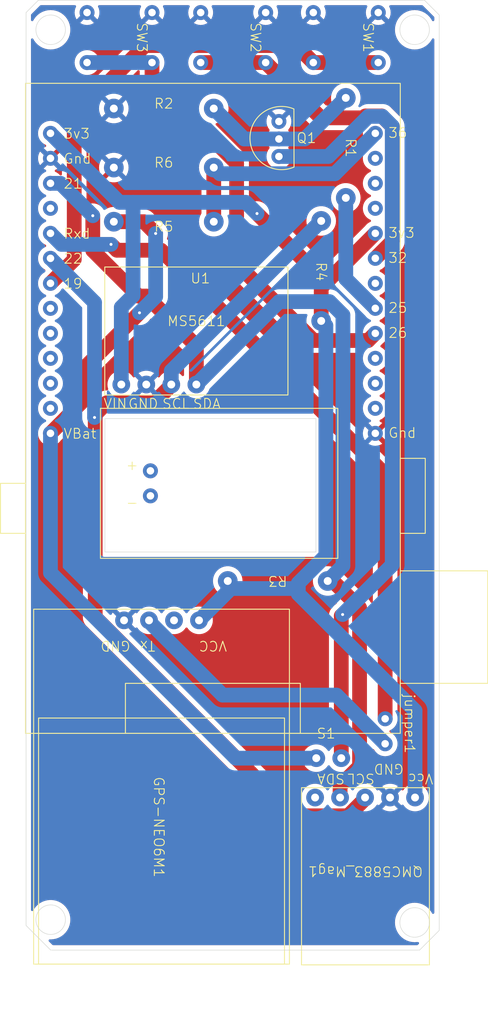
<source format=kicad_pcb>
(kicad_pcb (version 20221018) (generator pcbnew)
  (title_block (date "2025-02-25") (rev "1.11"))
  (layers (0 "F.Cu" signal) (31 "B.Cu" signal) (34 "B.Paste" user) (35 "F.Paste" user) (36 "B.SilkS" user "B.Silkscreen") (37 "F.SilkS" user "F.Silkscreen") (38 "B.Mask" user) (39 "F.Mask" user) (44 "Edge.Cuts" user))
  (net 0 "")
  (net 1 "GNDREF")
  (net 2 "Net-(GPS-NEO6M1-TX)")
  (net 4 "Net-(GPS-NEO6M1-VCC)")
  (net 5 "Net-(MS5611-SDA)")
  (net 6 "Net-(MS5611-SCL)")
  (net 7 "Net-(Q1-C)")
  (net 8 "Net-(Q1-B)")
  (net 9 "Net-(U1-Speaker)")
  (net 10 "Net-(U1-Vbat)")
  (net 11 "Net-(U1-In_Vbat)")
  (net 12 "Net-(U1-Bouton_Gauche)")
  (net 13 "Net-(U1-Bouton_Centre)")
  (net 14 "Net-(U1-Bouton_Droit)")
  (net 15 "Net-(U1-Rxd)")
  (footprint "BertheShema:2 trous standard" (layer "F.Cu") (at 151 138 -90)
    (fp_text reference "S1" (at -2.5 -1 unlocked) (layer "F.SilkS") (effects (font (thickness 0.1))))
    (fp_text value "Speaker 2W 8 ohms" hide)
    (pad "1" thru_hole circle (at 0 -2.54 270) (size 1.8 1.8) (drill 0.8) (layers "*.Cu" "*.Mask") (net 7 "Net-(Q1-C)"))
    (pad "2" thru_hole circle (at 0 0 270) (size 1.8 1.8) (drill 0.8) (layers "*.Cu" "*.Mask") (net 10 "Net-(U1-Vbat)"))
  )
  (footprint "BertheShema:MS5611" (layer "F.Cu") (at 135 97.5)
    (fp_text reference "MS5611" (at 3.81 -3.898 unlocked) (layer "F.SilkS") (effects (font (thickness 0.1))))
    (fp_text value "~" hide)
    (fp_text user "GND" (at 0 5.08 unlocked) (layer "F.SilkS") (effects (font (thickness 0.1)) (justify right bottom)))
    (fp_text user "SCL" (at 3.175 5.08 unlocked) (layer "F.SilkS") (effects (font (thickness 0.1)) (justify right bottom)))
    (fp_text user "VIN" (at -3.175 5.08 unlocked) (layer "F.SilkS") (effects (font (thickness 0.1)) (justify right bottom)))
    (fp_text user "SDA" (at 6.35 5.08 unlocked) (layer "F.SilkS") (effects (font (thickness 0.1)) (justify right bottom)))
    (fp_rect (start -5.5 -9.398) (end 13.12 3.602) (stroke (width 0.1)) (fill none) (layer "F.SilkS"))
    (pad "1" thru_hole circle (at 3.81 2.54) (size 1.8 1.8) (drill 0.8) (layers "*.Cu" "*.Mask") (net 5 "Net-(MS5611-SDA)"))
    (pad "2" thru_hole circle (at 1.26 2.54) (size 1.8 1.8) (drill 0.8) (layers "*.Cu" "*.Mask") (net 6 "Net-(MS5611-SCL)"))
    (pad "3" thru_hole circle (at -1.28 2.54) (size 1.8 1.8) (drill 0.8) (layers "*.Cu" "*.Mask") (net 1 "GNDREF"))
    (pad "4" thru_hole circle (at -3.82 2.54) (size 1.8 1.8) (drill 0.8) (layers "*.Cu" "*.Mask") (net 4 "Net-(GPS-NEO6M1-VCC)"))
  )
  (footprint "BertheShema:switch" (layer "F.Cu") (at 155.778 64.79 -90)
    (fp_text reference "SW1" (at 0 -0.5 -90 unlocked) (layer "F.SilkS") (effects (font (thickness 0.1))))
    (fp_text value "gauche")
    (pad "1" thru_hole circle (at 2.54 -1.524 270) (size 1.524 1.524) (drill 0.762) (layers "*.Cu" "*.Mask") (net 12 "Net-(U1-Bouton_Gauche)"))
    (pad "1" thru_hole circle (at 2.54 5.08 270) (size 1.524 1.524) (drill 0.762) (layers "*.Cu" "*.Mask") (net 12 "Net-(U1-Bouton_Gauche)"))
    (pad "2" thru_hole circle (at -2.54 -1.524 270) (size 1.524 1.524) (drill 0.762) (layers "*.Cu" "*.Mask") (net 1 "GNDREF"))
    (pad "2" thru_hole circle (at -2.54 5.08 270) (size 1.524 1.524) (drill 0.762) (layers "*.Cu" "*.Mask") (net 1 "GNDREF"))
  )
  (footprint "BertheShema:S8050" (layer "F.Cu") (at 147.2015 75.0938)
    (fp_text reference "Q1" (at 2.7985 -0.0938 unlocked) (layer "F.SilkS") (effects (font (thickness 0.1))))
    (fp_text value "S8050")
    (fp_line (start 1.524 -3.048) (end 1.53844 2.854155) (stroke (width 0.1)) (layer "F.SilkS"))
    (fp_arc (start 1.53844 2.854155) (mid -2.941462 -0.08598) (end 1.524 -3.048) (stroke (width 0.1)) (layer "F.SilkS"))
    (pad "1" thru_hole circle (at 0 -1.778) (size 1.524 1.524) (drill 0.762) (layers "*.Cu" "*.Mask") (net 1 "GNDREF"))
    (pad "2" thru_hole circle (at 0 0) (size 1.524 1.524) (drill 0.762) (layers "*.Cu" "*.Mask") (net 8 "Net-(Q1-B)"))
    (pad "3" thru_hole circle (at 0 1.778) (size 1.524 1.524) (drill 0.762) (layers "*.Cu" "*.Mask") (net 7 "Net-(Q1-C)"))
  )
  (footprint "BertheShema:switch" (layer "F.Cu") (at 132.778 64.79 -90)
    (fp_text reference "SW3" (at 0 -0.5 -90 unlocked) (layer "F.SilkS") (effects (font (thickness 0.1))))
    (fp_text value "droite")
    (pad "1" thru_hole circle (at 2.54 -1.524 270) (size 1.524 1.524) (drill 0.762) (layers "*.Cu" "*.Mask") (net 14 "Net-(U1-Bouton_Droit)"))
    (pad "1" thru_hole circle (at 2.54 5.08 270) (size 1.524 1.524) (drill 0.762) (layers "*.Cu" "*.Mask") (net 14 "Net-(U1-Bouton_Droit)"))
    (pad "2" thru_hole circle (at -2.54 -1.524 270) (size 1.524 1.524) (drill 0.762) (layers "*.Cu" "*.Mask") (net 1 "GNDREF"))
    (pad "2" thru_hole circle (at -2.54 5.08 270) (size 1.524 1.524) (drill 0.762) (layers "*.Cu" "*.Mask") (net 1 "GNDREF"))
  )
  (footprint "BertheShema:R_47" (layer "F.Cu") (at 147.08 120 180)
    (fp_text reference "R3" (at 0 0 180 unlocked) (layer "F.SilkS") (effects (font (thickness 0.1))))
    (fp_text value "4.7k")
    (pad "1" thru_hole circle (at 5.08 0 180) (size 2 2) (drill 0.8) (layers "*.Cu" "*.Mask") (net 4 "Net-(GPS-NEO6M1-VCC)"))
    (pad "2" thru_hole circle (at -5.08 0 180) (size 2 2) (drill 0.8) (layers "*.Cu" "*.Mask") (net 5 "Net-(MS5611-SDA)"))
  )
  (footprint "BertheShema:jumper" (layer "F.Cu") (at 158 134 -90)
    (fp_text reference "jumper1" (at 0.5 -2.5 -90 unlocked) (layer "F.SilkS") (effects (font (thickness 0.1))))
    (fp_text value "~")
    (pad "1" thru_hole circle (at 0 0 270) (size 1.524 1.524) (drill 0.762) (layers "*.Cu" "*.Mask") (net 15 "Net-(U1-Rxd)"))
    (pad "2" thru_hole circle (at 2.54 0 270) (size 1.524 1.524) (drill 0.762) (layers "*.Cu" "*.Mask") (net 2 "Net-(GPS-NEO6M1-TX)"))
  )
  (footprint "BertheShema:R_47" (layer "F.Cu") (at 151.5 88.5 -90)
    (fp_text reference "R4" (at 0.08 0 -90 unlocked) (layer "F.SilkS") (effects (font (thickness 0.1))))
    (fp_text value "4.7k")
    (pad "1" thru_hole circle (at 5.08 0 270) (size 2 2) (drill 0.8) (layers "*.Cu" "*.Mask") (net 4 "Net-(GPS-NEO6M1-VCC)"))
    (pad "2" thru_hole circle (at -5.08 0 270) (size 2 2) (drill 0.8) (layers "*.Cu" "*.Mask") (net 6 "Net-(MS5611-SCL)"))
  )
  (footprint "BertheShema:R_47" (layer "F.Cu") (at 135.5 83.5 180)
    (fp_text reference "R5" (at 0 -0.5 unlocked) (layer "F.SilkS") (effects (font (thickness 0.1))))
    (fp_text value "10K")
    (pad "1" thru_hole circle (at 5.08 0 180) (size 2 2) (drill 0.8) (layers "*.Cu" "*.Mask") (net 10 "Net-(U1-Vbat)"))
    (pad "2" thru_hole circle (at -5.08 0 180) (size 2 2) (drill 0.8) (layers "*.Cu" "*.Mask") (net 11 "Net-(U1-In_Vbat)"))
  )
  (footprint "BertheShema:QMC5883" (layer "F.Cu") (at 156 148 180)
    (fp_text reference "QMC5883_Mag1" (at 0 -1.5 180 unlocked) (layer "F.SilkS") (effects (font (thickness 0.1))))
    (fp_text value "~")
    (fp_text user "SCL" (at -1 8.5 180 unlocked) (layer "F.SilkS") (effects (font (thickness 0.1)) (justify left bottom)))
    (fp_text user "SDA" (at 2.04 8.5 180 unlocked) (layer "F.SilkS") (effects (font (thickness 0.1)) (justify left bottom)))
    (fp_text user "GND" (at -3.96 9.5 180 unlocked) (layer "F.SilkS") (effects (font (thickness 0.1)) (justify left bottom)))
    (fp_text user "Vcc" (at -6.96 8.5 180 unlocked) (layer "F.SilkS") (effects (font (thickness 0.1)) (justify left bottom)))
    (fp_rect (start -6.5 -11) (end 6.5 7) (stroke (width 0.1)) (fill none) (layer "F.SilkS"))
    (pad "1" thru_hole circle (at -5.04 6 180) (size 1.8 1.8) (drill 0.8) (layers "*.Cu" "*.Mask") (net 4 "Net-(GPS-NEO6M1-VCC)"))
    (pad "2" thru_hole circle (at -2.5 6 180) (size 1.8 1.8) (drill 0.8) (layers "*.Cu" "*.Mask") (net 1 "GNDREF"))
    (pad "3" thru_hole circle (at 0.04 6 180) (size 1.8 1.8) (drill 0.8) (layers "*.Cu" "*.Mask") (net 6 "Net-(MS5611-SCL)"))
    (pad "4" thru_hole circle (at 2.58 6 180) (size 1.8 1.8) (drill 0.8) (layers "*.Cu" "*.Mask") (net 5 "Net-(MS5611-SDA)"))
    (pad "5" thru_hole circle (at 5.12 6 180) (size 1.8 1.8) (drill 0.8) (layers "*.Cu" "*.Mask"))
  )
  (footprint "BertheShema:ESP32-D0WDQ6" (layer "F.Cu") (at 139.22 89.76)
    (fp_text reference "U1" (at 0 -0.5 unlocked) (layer "F.SilkS") (effects (font (thickness 0.1))))
    (fp_text value "~")
    (fp_text user "36" (at 19.05 -14.7 unlocked) (layer "F.SilkS") (effects (font (thickness 0.1)) (justify left bottom)))
    (fp_text user "26" (at 19.05 5.62 unlocked) (layer "F.SilkS") (effects (font (thickness 0.1)) (justify left bottom)))
    (fp_text user "VBat" (at -13.97 15.86 unlocked) (layer "F.SilkS") (effects (font (thickness 0.1)) (justify left bottom)))
    (fp_text user "22" (at -13.97 -1.92 unlocked) (layer "F.SilkS") (effects (font (thickness 0.1)) (justify left bottom)))
    (fp_text user "3v3" (at -13.97 -14.62 unlocked) (layer "F.SilkS") (effects (font (thickness 0.1)) (justify left bottom)))
    (fp_text user "3v3" (at 19.05 -4.54 unlocked) (layer "F.SilkS") (effects (font (thickness 0.1)) (justify left bottom)))
    (fp_text user "-" (at -7.62 22.86 unlocked) (layer "F.SilkS") (effects (font (thickness 0.1)) (justify left bottom)))
    (fp_text user "+" (at -7.62 19.05 unlocked) (layer "F.SilkS") (effects (font (thickness 0.1)) (justify left bottom)))
    (fp_text user "Gnd" (at -13.97 -12.08 unlocked) (layer "F.SilkS") (effects (font (thickness 0.1)) (justify left bottom)))
    (fp_text user "21" (at -13.97 -9.54 unlocked) (layer "F.SilkS") (effects (font (thickness 0.1)) (justify left bottom)))
    (fp_text user "Gnd" (at 19.05 15.78 unlocked) (layer "F.SilkS") (effects (font (thickness 0.1)) (justify left bottom)))
    (fp_text user "25" (at 19.05 3.08 unlocked) (layer "F.SilkS") (effects (font (thickness 0.1)) (justify left bottom)))
    (fp_text user "19" (at -13.97 0.62 unlocked) (layer "F.SilkS") (effects (font (thickness 0.1)) (justify left bottom)))
    (fp_text user "32" (at 19.05 -2 unlocked) (layer "F.SilkS") (effects (font (thickness 0.1)) (justify left bottom)))
    (fp_text user "Rxd" (at -13.97 -4.46 unlocked) (layer "F.SilkS") (effects (font (thickness 0.1)) (justify left bottom)))
    (fp_rect (start -17.78 -20.32) (end 20.32 45.72) (stroke (width 0.1)) (fill none) (layer "F.SilkS"))
    (fp_rect (start -17.78 20.32) (end -20.32 25.4) (stroke (width 0.1)) (fill none) (layer "F.SilkS"))
    (fp_rect (start -10.16 12.7) (end 13.97 27.94) (stroke (width 0.1)) (fill none) (layer "F.SilkS"))
    (fp_rect (start -7.62 40.64) (end 10.16 45.72) (stroke (width 0.1)) (fill none) (layer "F.SilkS"))
    (fp_rect (start 20.32 17.78) (end 22.86 25.4) (stroke (width 0.1)) (fill none) (layer "F.SilkS"))
    (fp_rect (start 20.32 29.21) (end 29.21 40.64) (stroke (width 0.1)) (fill none) (layer "F.SilkS"))
    (pad "0" thru_hole circle (at 17.78 12.7) (size 1.524 1.524) (drill 0.762) (layers "*.Cu" "*.Mask"))
    (pad "2" thru_hole circle (at -15.24 5.08) (size 1.524 1.524) (drill 0.762) (layers "*.Cu" "*.Mask"))
    (pad "12" thru_hole circle (at 17.78 10.16) (size 1.524 1.524) (drill 0.762) (layers "*.Cu" "*.Mask"))
    (pad "13" thru_hole circle (at -15.24 10.16) (size 1.524 1.524) (drill 0.762) (layers "*.Cu" "*.Mask"))
    (pad "14" thru_hole circle (at -15.24 2.54) (size 1.524 1.524) (drill 0.762) (layers "*.Cu" "*.Mask"))
    (pad "15" thru_hole circle (at -15.24 7.62) (size 1.524 1.524) (drill 0.762) (layers "*.Cu" "*.Mask"))
    (pad "19" thru_hole circle (at -15.24 0) (size 1.524 1.524) (drill 0.762) (layers "*.Cu" "*.Mask") (net 12 "Net-(U1-Bouton_Gauche)"))
    (pad "21" thru_hole circle (at -15.24 -10.16) (size 1.524 1.524) (drill 0.762) (layers "*.Cu" "*.Mask") (net 5 "Net-(MS5611-SDA)"))
    (pad "22" thru_hole circle (at -15.24 -2.54) (size 1.524 1.524) (drill 0.762) (layers "*.Cu" "*.Mask") (net 6 "Net-(MS5611-SCL)"))
    (pad "25" thru_hole circle (at 17.78 2.54) (size 1.524 1.524) (drill 0.762) (layers "*.Cu" "*.Mask") (net 9 "Net-(U1-Speaker)"))
    (pad "26" thru_hole circle (at 17.78 5.08) (size 1.524 1.524) (drill 0.762) (layers "*.Cu" "*.Mask") (net 14 "Net-(U1-Bouton_Droit)"))
    (pad "27" thru_hole circle (at 17.78 7.62) (size 1.524 1.524) (drill 0.762) (layers "*.Cu" "*.Mask"))
    (pad "32" thru_hole circle (at 17.78 -2.54) (size 1.524 1.524) (drill 0.762) (layers "*.Cu" "*.Mask") (net 13 "Net-(U1-Bouton_Centre)"))
    (pad "33" thru_hole circle (at 17.78 0) (size 1.524 1.524) (drill 0.762) (layers "*.Cu" "*.Mask"))
    (pad "34" thru_hole circle (at 17.78 -7.62) (size 1.524 1.524) (drill 0.762) (layers "*.Cu" "*.Mask"))
    (pad "36" thru_hole circle (at 17.78 -15.24) (size 1.524 1.524) (drill 0.762) (layers "*.Cu" "*.Mask") (net 11 "Net-(U1-In_Vbat)"))
    (pad "39" thru_hole circle (at 17.78 -12.7) (size 1.524 1.524) (drill 0.762) (layers "*.Cu" "*.Mask"))
    (pad "40" thru_hole circle (at -15.24 -15.24) (size 1.524 1.524) (drill 0.762) (layers "*.Cu" "*.Mask") (net 4 "Net-(GPS-NEO6M1-VCC)"))
    (pad "40" thru_hole circle (at 17.78 -5.08) (size 1.524 1.524) (drill 0.762) (layers "*.Cu" "*.Mask") (net 4 "Net-(GPS-NEO6M1-VCC)"))
    (pad "41" thru_hole circle (at -15.24 -12.7) (size 1.524 1.524) (drill 0.762) (layers "*.Cu" "*.Mask") (net 1 "GNDREF"))
    (pad "41" thru_hole circle (at 17.78 15.24) (size 1.524 1.524) (drill 0.762) (layers "*.Cu" "*.Mask") (net 1 "GNDREF"))
    (pad "42" thru_hole circle (at -15.24 -7.62) (size 1.524 1.524) (drill 0.762) (layers "*.Cu" "*.Mask"))
    (pad "43" thru_hole circle (at -15.24 -5.08) (size 1.524 1.524) (drill 0.762) (layers "*.Cu" "*.Mask") (net 15 "Net-(U1-Rxd)"))
    (pad "44" thru_hole circle (at -15.24 12.7) (size 1.524 1.524) (drill 0.762) (layers "*.Cu" "*.Mask"))
    (pad "45" thru_hole circle (at -15.24 15.24) (size 1.524 1.524) (drill 0.762) (layers "*.Cu" "*.Mask") (net 10 "Net-(U1-Vbat)"))
    (pad "46" thru_hole circle (at 17.78 -10.16) (size 1.524 1.524) (drill 0.762) (layers "*.Cu" "*.Mask"))
    (pad "50" thru_hole circle (at -5.08 19.05) (size 1.524 1.524) (drill 0.762) (layers "*.Cu" "*.Mask"))
    (pad "51" thru_hole circle (at -5.08 21.59) (size 1.524 1.524) (drill 0.762) (layers "*.Cu" "*.Mask"))
  )
  (footprint "BertheShema:R_47" (layer "F.Cu") (at 135.5 72)
    (fp_text reference "R2" (at 0 -0.5 unlocked) (layer "F.SilkS") (effects (font (thickness 0.1))))
    (fp_text value "10k")
    (pad "1" thru_hole circle (at 5.08 0) (size 2 2) (drill 0.8) (layers "*.Cu" "*.Mask") (net 8 "Net-(Q1-B)"))
    (pad "2" thru_hole circle (at -5.08 0) (size 2 2) (drill 0.8) (layers "*.Cu" "*.Mask") (net 1 "GNDREF"))
  )
  (footprint "BertheShema:R_47" (layer "F.Cu") (at 135.5 78)
    (fp_text reference "R6" (at 0 -0.5 unlocked) (layer "F.SilkS") (effects (font (thickness 0.1))))
    (fp_text value "10k")
    (pad "1" thru_hole circle (at 5.08 0) (size 2 2) (drill 0.8) (layers "*.Cu" "*.Mask") (net 11 "Net-(U1-In_Vbat)"))
    (pad "2" thru_hole circle (at -5.08 0) (size 2 2) (drill 0.8) (layers "*.Cu" "*.Mask") (net 1 "GNDREF"))
  )
  (footprint "BertheShema:R_47" (layer "F.Cu") (at 154 76 -90)
    (fp_text reference "R1" (at 0 -0.5 -90 unlocked) (layer "F.SilkS") (effects (font (thickness 0.1))))
    (fp_text value "1K")
    (pad "1" thru_hole circle (at 5.08 0 270) (size 2 2) (drill 0.8) (layers "*.Cu" "*.Mask") (net 9 "Net-(U1-Speaker)"))
    (pad "2" thru_hole circle (at -5.08 0 270) (size 2 2) (drill 0.8) (layers "*.Cu" "*.Mask") (net 8 "Net-(Q1-B)"))
  )
  (footprint "BertheShema:GPSNEO6V2" (layer "F.Cu") (at 135.27 125.905 180)
    (fp_text reference "GPS-NEO6M1" (at 0.27 -19.095 270 unlocked) (layer "F.SilkS") (effects (font (thickness 0.1))))
    (fp_text value "-")
    (fp_text user "Tx" (at 2.27 -0.095 180 unlocked) (layer "F.SilkS") (effects (font (thickness 0.1)) (justify right bottom)))
    (fp_text user "VCC" (at -3.73 -0.095 180 unlocked) (layer "F.SilkS") (effects (font (thickness 0.1)) (justify right bottom)))
    (fp_text user "GND" (at 6.27 -0.095 180 unlocked) (layer "F.SilkS") (effects (font (thickness 0.1)) (justify right bottom)))
    (fp_rect (start -13 -33.02) (end 13 3.04) (stroke (width 0.1)) (fill none) (layer "F.SilkS"))
    (fp_rect (start -12.5 -33.02) (end 12.5 -8.02) (stroke (width 0.1)) (fill none) (layer "F.SilkS"))
    (pad "1" thru_hole circle (at 3.81 1.905 180) (size 1.8 1.8) (drill 0.8) (layers "*.Cu" "*.Mask") (net 1 "GNDREF"))
    (pad "2" thru_hole circle (at 1.27 1.905 180) (size 1.8 1.8) (drill 0.8) (layers "*.Cu" "*.Mask") (net 2 "Net-(GPS-NEO6M1-TX)"))
    (pad "3" thru_hole circle (at -1.27 1.905 180) (size 1.8 1.8) (drill 0.8) (layers "*.Cu" "*.Mask"))
    (pad "4" thru_hole circle (at -3.81 1.905 180) (size 1.8 1.8) (drill 0.8) (layers "*.Cu" "*.Mask") (net 4 "Net-(GPS-NEO6M1-VCC)"))
  )
  (footprint "BertheShema:switch" (layer "F.Cu") (at 144.33 64.79 -90)
    (fp_text reference "SW2" (at 0 -0.5 -90 unlocked) (layer "F.SilkS") (effects (font (thickness 0.1))))
    (fp_text value "centre")
    (pad "1" thru_hole circle (at 2.54 -1.524 270) (size 1.524 1.524) (drill 0.762) (layers "*.Cu" "*.Mask") (net 13 "Net-(U1-Bouton_Centre)"))
    (pad "1" thru_hole circle (at 2.54 5.08 270) (size 1.524 1.524) (drill 0.762) (layers "*.Cu" "*.Mask") (net 13 "Net-(U1-Bouton_Centre)"))
    (pad "2" thru_hole circle (at -2.54 -1.524 270) (size 1.524 1.524) (drill 0.762) (layers "*.Cu" "*.Mask") (net 1 "GNDREF"))
    (pad "2" thru_hole circle (at -2.54 5.08 270) (size 1.524 1.524) (drill 0.762) (layers "*.Cu" "*.Mask") (net 1 "GNDREF"))
  )
  (gr_poly (pts (xy 163.5 62.5) (xy 162 61) (xy 122.75 61) (xy 121.5 62.25) (xy 121.5 155) (xy 124 157.5) (xy 161.5 157.5) (xy 163.5 155.5)) (stroke (width 0.05)) (fill none) (layer "Edge.Cuts"))
  (gr_circle (center 124 64) (end 125.5 64) (stroke (width 0.05)) (fill none) (layer "Edge.Cuts"))
  (gr_circle (center 161 154.691871) (end 162.5 154.691871) (stroke (width 0.05)) (fill none) (layer "Edge.Cuts"))
  (gr_rect (start 129.52 103.5) (end 150.964571 117.055429) (stroke (width 0.05)) (fill none) (layer "Edge.Cuts"))
  (gr_circle (center 161 64) (end 162.5 64) (stroke (width 0.05)) (fill none) (layer "Edge.Cuts"))
  (gr_rect (start 137 165) (end 137 165) (stroke (width 0.05)) (fill none) (layer "Edge.Cuts"))
  (gr_circle (center 124 154.409191) (end 125.5 154.409191) (stroke (width 0.05)) (fill none) (layer "Edge.Cuts"))
  (segment (start 134 124) (end 134 124.1156) (width 1.5) (layer "B.Cu") (net 2))
  (segment (start 153.0541 131.5941) (end 158 136.54) (width 1.5) (layer "B.Cu") (net 2))
  (segment (start 134 124.1156) (end 141.4785 131.5941) (width 1.5) (layer "B.Cu") (net 2))
  (segment (start 141.4785 131.5941) (end 153.0541 131.5941) (width 1.5) (layer "B.Cu") (net 2))
  (segment (start 151.5 90.18) (end 151.9923 89.6877) (width 1.5) (layer "F.Cu") (net 4))
  (segment (start 151.5 93.58) (end 151.5 90.18) (width 1.5) (layer "F.Cu") (net 4))
  (segment (start 144.9745 82.67) (end 151.9923 89.6877) (width 1.5) (layer "F.Cu") (net 4))
  (segment (start 151.9923 89.6877) (end 157 84.68) (width 1.5) (layer "F.Cu") (net 4))
  (via (at 144.9745 82.67) (size 0.6) (drill 0.3) (layers "F.Cu" "B.Cu") (net 4))
  (segment (start 149.1716 120.223) (end 149.1716 120.7654) (width 1.5) (layer "B.Cu") (net 4))
  (segment (start 151.5 93.58) (end 151.9758 94.0558) (width 1.5) (layer "B.Cu") (net 4))
  (segment (start 143.8345 81.53) (end 132.3745 81.53) (width 1.5) (layer "B.Cu") (net 4))
  (segment (start 130.99 81.53) (end 123.98 74.52) (width 1.5) (layer "B.Cu") (net 4))
  (segment (start 151.9758 94.0558) (end 151.9758 117.4188) (width 1.5) (layer "B.Cu") (net 4))
  (segment (start 139.08 124) (end 142 121.08) (width 1.5) (layer "B.Cu") (net 4))
  (segment (start 142 120.7654) (end 142 120) (width 1.5) (layer "B.Cu") (net 4))
  (segment (start 132.3745 81.53) (end 132.3745 91.0034) (width 1.5) (layer "B.Cu") (net 4))
  (segment (start 142 121.08) (end 142 120.7654) (width 1.5) (layer "B.Cu") (net 4))
  (segment (start 149.1716 120.7654) (end 149.1716 121.3078) (width 1.5) (layer "B.Cu") (net 4))
  (segment (start 144.9745 82.67) (end 143.8345 81.53) (width 1.5) (layer "B.Cu") (net 4))
  (segment (start 149.1716 121.3078) (end 161.04 133.1762) (width 1.5) (layer "B.Cu") (net 4))
  (segment (start 132.3745 91.0034) (end 131.18 92.1979) (width 1.5) (layer "B.Cu") (net 4))
  (segment (start 149.1716 120.7654) (end 142 120.7654) (width 1.5) (layer "B.Cu") (net 4))
  (segment (start 161.04 133.1762) (end 161.04 142) (width 1.5) (layer "B.Cu") (net 4))
  (segment (start 131.18 92.1979) (end 131.18 100.04) (width 1.5) (layer "B.Cu") (net 4))
  (segment (start 132.3745 81.53) (end 130.99 81.53) (width 1.5) (layer "B.Cu") (net 4))
  (segment (start 151.9758 117.4188) (end 149.1716 120.223) (width 1.5) (layer "B.Cu") (net 4))
  (segment (start 155.4015 138.8261) (end 155.4015 122.7239) (width 1.5) (layer "F.Cu") (net 5))
  (segment (start 152.6776 120) (end 152.16 120) (width 1.5) (layer "F.Cu") (net 5))
  (segment (start 138.81 96.1265) (end 133.7357 91.0522) (width 1.5) (layer "F.Cu") (net 5))
  (segment (start 153.42 142) (end 153.42 140.8076) (width 1.5) (layer "F.Cu") (net 5))
  (segment (start 132.9145 91.0522) (end 128.2828 86.4205) (width 1.5) (layer "F.Cu") (net 5))
  (segment (start 133.7357 91.0522) (end 132.9145 91.0522) (width 1.5) (layer "F.Cu") (net 5))
  (segment (start 153.42 140.8076) (end 155.4015 138.8261) (width 1.5) (layer "F.Cu") (net 5))
  (segment (start 138.81 100.04) (end 138.81 96.1265) (width 1.5) (layer "F.Cu") (net 5))
  (segment (start 155.4015 122.7239) (end 152.6776 120) (width 1.5) (layer "F.Cu") (net 5))
  (segment (start 128.2828 86.4205) (end 128.2828 82.8904) (width 1.5) (layer "F.Cu") (net 5))
  (via (at 128.2828 82.8904) (size 0.6) (drill 0.3) (layers "F.Cu" "B.Cu") (net 5))
  (segment (start 147.2301 91.6199) (end 152.344 91.6199) (width 1.5) (layer "B.Cu") (net 5))
  (segment (start 128.2828 82.8904) (end 124.9924 79.6) (width 1.5) (layer "B.Cu") (net 5))
  (segment (start 152.344 91.6199) (end 153.713 92.9889) (width 1.5) (layer "B.Cu") (net 5))
  (segment (start 153.713 92.9889) (end 153.713 118.447) (width 1.5) (layer "B.Cu") (net 5))
  (segment (start 124.9924 79.6) (end 123.98 79.6) (width 1.5) (layer "B.Cu") (net 5))
  (segment (start 138.81 100.04) (end 147.2301 91.6199) (width 1.5) (layer "B.Cu") (net 5))
  (segment (start 153.713 118.447) (end 152.16 120) (width 1.5) (layer "B.Cu") (net 5))
  (segment (start 155.96 142.1296) (end 154.2324 143.8572) (width 1.5) (layer "F.Cu") (net 6))
  (segment (start 155.96 142) (end 155.96 142.1296) (width 1.5) (layer "F.Cu") (net 6))
  (segment (start 129.7112 101.8919) (end 134.4871 101.8919) (width 1.5) (layer "F.Cu") (net 6))
  (segment (start 128.5284 103.3876) (end 128.5284 103.0747) (width 1.5) (layer "F.Cu") (net 6))
  (segment (start 128.5284 103.3876) (end 128.4586 103.3876) (width 1.5) (layer "F.Cu") (net 6))
  (segment (start 148.6982 143.8572) (end 128.5284 123.6874) (width 1.5) (layer "F.Cu") (net 6))
  (segment (start 128.5284 103.0747) (end 129.7112 101.8919) (width 1.5) (layer "F.Cu") (net 6))
  (segment (start 154.2324 143.8572) (end 148.6982 143.8572) (width 1.5) (layer "F.Cu") (net 6))
  (segment (start 136.26 100.119) (end 136.26 100.04) (width 1.5) (layer "F.Cu") (net 6))
  (segment (start 128.5284 123.6874) (end 128.5284 103.3876) (width 1.5) (layer "F.Cu") (net 6))
  (segment (start 134.4871 101.8919) (end 136.26 100.119) (width 1.5) (layer "F.Cu") (net 6))
  (via (at 128.4586 103.3876) (size 0.6) (drill 0.3) (layers "F.Cu" "B.Cu") (net 6))
  (segment (start 128.4586 103.3876) (end 128.4586 91.6986) (width 1.5) (layer "B.Cu") (net 6))
  (segment (start 151.5 83.42) (end 136.26 98.66) (width 1.5) (layer "B.Cu") (net 6))
  (segment (start 128.4586 91.6986) (end 123.98 87.22) (width 1.5) (layer "B.Cu") (net 6))
  (segment (start 136.26 98.66) (end 136.26 100.04) (width 1.5) (layer "B.Cu") (net 6))
  (segment (start 153.54 123.5467) (end 153.54 138) (width 1.5) (layer "F.Cu") (net 7))
  (segment (start 153.6787 123.408) (end 153.54 123.5467) (width 1.5) (layer "F.Cu") (net 7))
  (via (at 153.6787 123.408) (size 0.6) (drill 0.3) (layers "F.Cu" "B.Cu") (net 7))
  (segment (start 157.7183 72.7955) (end 156.2986 72.7955) (width 1.5) (layer "B.Cu") (net 7))
  (segment (start 158.7214 118.3653) (end 158.7214 73.7986) (width 1.5) (layer "B.Cu") (net 7))
  (segment (start 152.2223 76.8718) (end 147.2015 76.8718) (width 1.5) (layer "B.Cu") (net 7))
  (segment (start 156.2986 72.7955) (end 152.2223 76.8718) (width 1.5) (layer "B.Cu") (net 7))
  (segment (start 158.7214 73.7986) (end 157.7183 72.7955) (width 1.5) (layer "B.Cu") (net 7))
  (segment (start 153.6787 123.408) (end 158.7214 118.3653) (width 1.5) (layer "B.Cu") (net 7))
  (segment (start 147.2015 75.0938) (end 143.6738 75.0938) (width 1.5) (layer "B.Cu") (net 8))
  (segment (start 143.6738 75.0938) (end 140.58 72) (width 1.5) (layer "B.Cu") (net 8))
  (segment (start 149.8262 75.0938) (end 147.2015 75.0938) (width 1.5) (layer "B.Cu") (net 8))
  (segment (start 154 70.92) (end 149.8262 75.0938) (width 1.5) (layer "B.Cu") (net 8))
  (segment (start 154 81.08) (end 154 89.3) (width 1.5) (layer "B.Cu") (net 9))
  (segment (start 154 89.3) (end 157 92.3) (width 1.5) (layer "B.Cu") (net 9))
  (segment (start 127.6411 101.3389) (end 127.6411 98.1437) (width 1.5) (layer "F.Cu") (net 10))
  (segment (start 133.4765 83.5) (end 134.6721 84.6956) (width 1.5) (layer "F.Cu") (net 10))
  (segment (start 130.42 83.5) (end 133.4765 83.5) (width 1.5) (layer "F.Cu") (net 10))
  (segment (start 123.98 105) (end 127.6411 101.3389) (width 1.5) (layer "F.Cu") (net 10))
  (segment (start 127.6411 98.1437) (end 133.0307 92.7541) (width 1.5) (layer "F.Cu") (net 10))
  (via (at 134.6721 84.6956) (size 0.6) (drill 0.3) (layers "F.Cu" "B.Cu") (net 10))
  (via (at 133.0307 92.7541) (size 0.6) (drill 0.3) (layers "F.Cu" "B.Cu") (net 10))
  (segment (start 142.8131 138) (end 151 138) (width 1.5) (layer "B.Cu") (net 10))
  (segment (start 123.98 105) (end 123.98 119.1669) (width 1.5) (layer "B.Cu") (net 10))
  (segment (start 123.98 119.1669) (end 142.8131 138) (width 1.5) (layer "B.Cu") (net 10))
  (segment (start 134.6721 91.1127) (end 133.0307 92.7541) (width 1.5) (layer "B.Cu") (net 10))
  (segment (start 134.6721 84.6956) (end 134.6721 91.1127) (width 1.5) (layer "B.Cu") (net 10))
  (segment (start 140.58 78) (end 140.58 83.5) (width 1.5) (layer "F.Cu") (net 11))
  (segment (start 140.58 78) (end 141.2057 78.6257) (width 1.5) (layer "B.Cu") (net 11))
  (segment (start 141.2057 78.6257) (end 152.8943 78.6257) (width 1.5) (layer "B.Cu") (net 11))
  (segment (start 152.8943 78.6257) (end 157 74.52) (width 1.5) (layer "B.Cu") (net 11))
  (segment (start 157.302 67.33) (end 150.698 67.33) (width 1.5) (layer "F.Cu") (net 12))
  (segment (start 133.5967 65.6032) (end 126.3942 72.8057) (width 1.5) (layer "F.Cu") (net 12))
  (segment (start 126.3942 72.8057) (end 126.3942 87.3458) (width 1.5) (layer "F.Cu") (net 12))
  (segment (start 148.9712 65.6032) (end 133.5967 65.6032) (width 1.5) (layer "F.Cu") (net 12))
  (segment (start 150.698 67.33) (end 148.9712 65.6032) (width 1.5) (layer "F.Cu") (net 12))
  (segment (start 126.3942 87.3458) (end 123.98 89.76) (width 1.5) (layer "F.Cu") (net 12))
  (segment (start 157.6617 72.7559) (end 158.7307 73.8249) (width 1.5) (layer "F.Cu") (net 13))
  (segment (start 155.9896 72.7559) (end 157.6617 72.7559) (width 1.5) (layer "F.Cu") (net 13))
  (segment (start 158.7307 73.8249) (end 158.7307 85.4893) (width 1.5) (layer "F.Cu") (net 13))
  (segment (start 158.7307 85.4893) (end 157 87.22) (width 1.5) (layer "F.Cu") (net 13))
  (segment (start 155.7975 72.948) (end 155.9896 72.7559) (width 1.5) (layer "F.Cu") (net 13))
  (segment (start 151.472 72.948) (end 155.7975 72.948) (width 1.5) (layer "F.Cu") (net 13))
  (segment (start 145.854 67.33) (end 151.472 72.948) (width 1.5) (layer "F.Cu") (net 13))
  (segment (start 139.25 67.33) (end 145.854 67.33) (width 1.5) (layer "F.Cu") (net 13))
  (segment (start 150.7222 95.5697) (end 142.9023 87.7498) (width 1.5) (layer "F.Cu") (net 14))
  (segment (start 142.9023 87.7498) (end 142.9023 77.5574) (width 1.5) (layer "F.Cu") (net 14))
  (segment (start 157 94.84) (end 156.2703 95.5697) (width 1.5) (layer "F.Cu") (net 14))
  (segment (start 156.2703 95.5697) (end 150.7222 95.5697) (width 1.5) (layer "F.Cu") (net 14))
  (segment (start 134.302 68.9571) (end 134.302 67.33) (width 1.5) (layer "F.Cu") (net 14))
  (segment (start 142.9023 77.5574) (end 134.302 68.9571) (width 1.5) (layer "F.Cu") (net 14))
  (segment (start 127.698 67.33) (end 134.302 67.33) (width 1.5) (layer "B.Cu") (net 14))
  (segment (start 130.1351 85.8012) (end 130.7314 86.3975) (width 1.5) (layer "F.Cu") (net 15))
  (segment (start 130.7314 86.3975) (end 135.2234 86.3975) (width 1.5) (layer "F.Cu") (net 15))
  (segment (start 158 109.1741) (end 158 134) (width 1.5) (layer "F.Cu") (net 15))
  (segment (start 135.2234 86.3975) (end 158 109.1741) (width 1.5) (layer "F.Cu") (net 15))
  (via (at 130.1351 85.8012) (size 0.6) (drill 0.3) (layers "F.Cu" "B.Cu") (net 15))
  (segment (start 125.1012 85.8012) (end 123.98 84.68) (width 1.5) (layer "B.Cu") (net 15))
  (segment (start 130.1351 85.8012) (end 125.1012 85.8012) (width 1.5) (layer "B.Cu") (net 15))
  (zone (net 1) (net_name "GNDREF") (layers "F&B.Cu") (priority 1) (connect_pads (clearance 0.5)) (min_thickness 0.25) (fill yes (thermal_gap 0.5) (thermal_bridge_width 0.5))
    (polygon (pts (xy 162 61) (xy 163.5 62.5) (xy 163.5 155.5) (xy 161.5 157.5) (xy 124 157.5) (xy 121.5 155) (xy 121.5 62.5) (xy 123 61)))
  )
)
</source>
